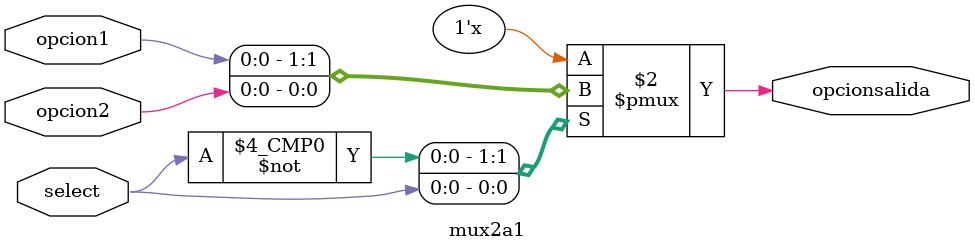
<source format=v>
`timescale 1ns / 1ps
module mux2a1(opcionsalida,opcion1,opcion2,select
    );
	 
	 input opcion1;//opcion 1
	 input opcion2;//opcion 2
	 input select;//selector
	 
	 output reg opcionsalida;//opcion escogida
	 
	 always @(opcion1 or opcion2 or select)
	 begin
		case(select)
			1'b0:opcionsalida=opcion1;
			1'b1:opcionsalida=opcion2;
		endcase
	 end

endmodule

</source>
